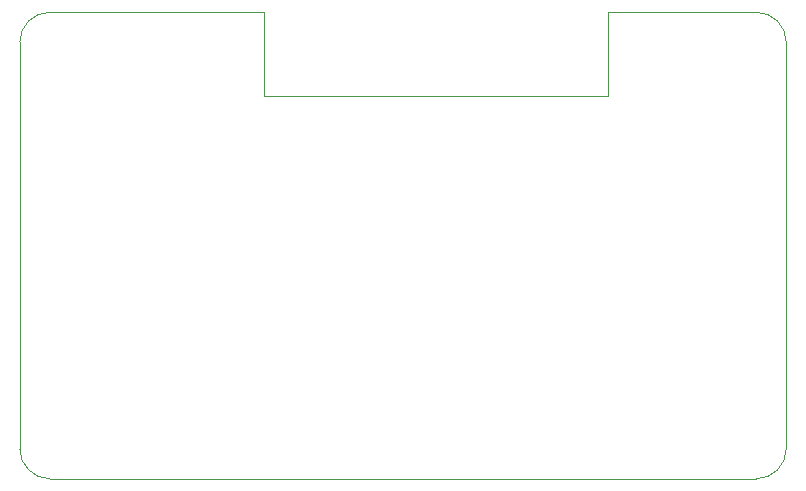
<source format=gbr>
%TF.GenerationSoftware,KiCad,Pcbnew,7.0.8*%
%TF.CreationDate,2023-11-17T17:44:40-05:00*%
%TF.ProjectId,wled-esp32-control-board,776c6564-2d65-4737-9033-322d636f6e74,C*%
%TF.SameCoordinates,Original*%
%TF.FileFunction,Profile,NP*%
%FSLAX46Y46*%
G04 Gerber Fmt 4.6, Leading zero omitted, Abs format (unit mm)*
G04 Created by KiCad (PCBNEW 7.0.8) date 2023-11-17 17:44:40*
%MOMM*%
%LPD*%
G01*
G04 APERTURE LIST*
%TA.AperFunction,Profile*%
%ADD10C,0.100000*%
%TD*%
G04 APERTURE END LIST*
D10*
X100457000Y-68453000D02*
G75*
G03*
X97917000Y-70993000I0J-2540000D01*
G01*
X162813999Y-71011051D02*
G75*
G03*
X160274000Y-68453001I-2548999J9051D01*
G01*
X162814000Y-71011051D02*
X162814000Y-105410000D01*
X147701000Y-75565000D02*
X147701000Y-68453000D01*
X97917000Y-105410000D02*
G75*
G03*
X100457000Y-107950000I2540000J0D01*
G01*
X100457000Y-68453000D02*
X118618000Y-68453000D01*
X97917000Y-105410000D02*
X97917000Y-70993000D01*
X118618000Y-75565000D02*
X147701000Y-75565000D01*
X160274000Y-107950000D02*
G75*
G03*
X162814000Y-105410000I0J2540000D01*
G01*
X160274000Y-107950000D02*
X100457000Y-107950000D01*
X118618000Y-68453000D02*
X118618000Y-75565000D01*
X147701000Y-68453000D02*
X160274000Y-68453000D01*
M02*

</source>
